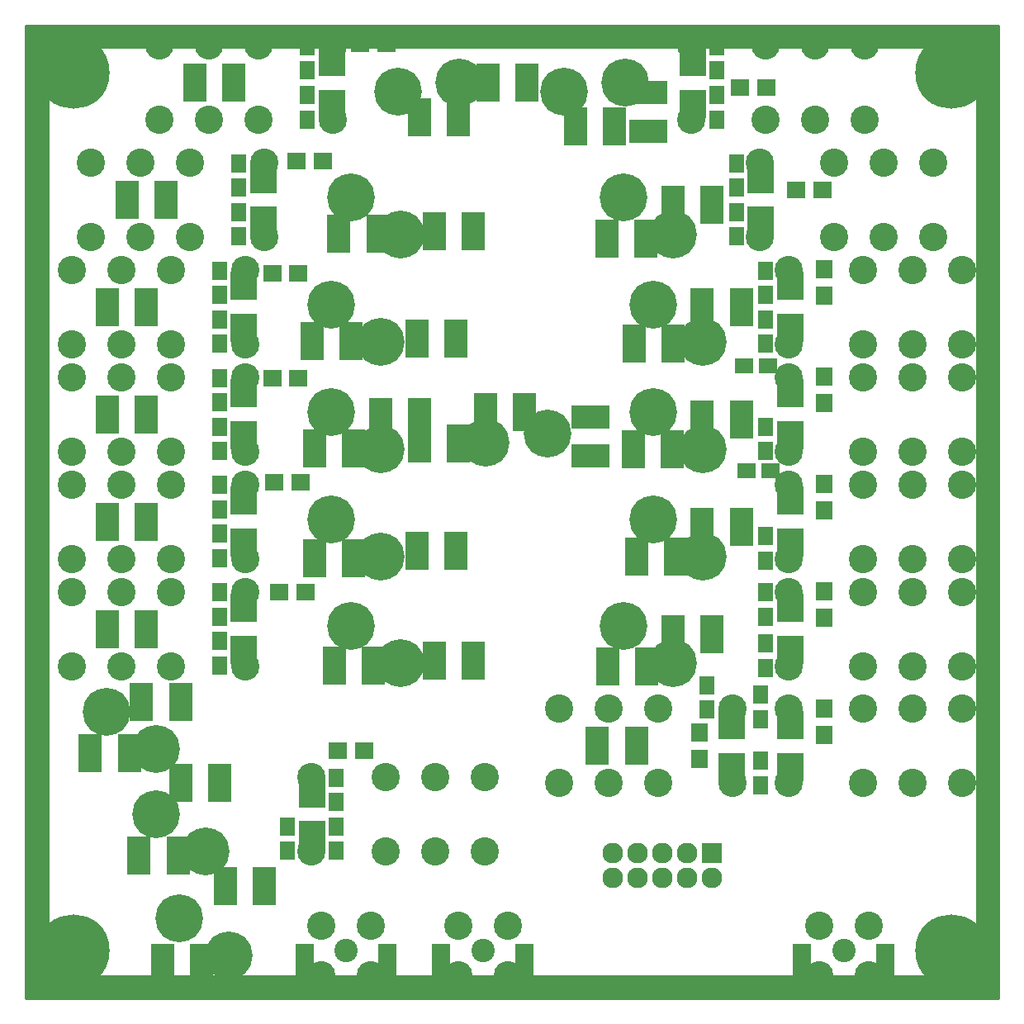
<source format=gbr>
G04 #@! TF.FileFunction,Soldermask,Bot*
%FSLAX46Y46*%
G04 Gerber Fmt 4.6, Leading zero omitted, Abs format (unit mm)*
G04 Created by KiCad (PCBNEW 4.0.7) date 12/14/17 19:40:15*
%MOMM*%
%LPD*%
G01*
G04 APERTURE LIST*
%ADD10C,0.100000*%
%ADD11R,2.127200X2.127200*%
%ADD12O,2.127200X2.127200*%
%ADD13C,2.900000*%
%ADD14R,1.650000X1.900000*%
%ADD15C,4.900000*%
%ADD16R,1.900000X1.650000*%
%ADD17C,2.398980*%
%ADD18C,2.899360*%
%ADD19C,7.400000*%
%ADD20R,2.400000X3.900000*%
%ADD21R,2.700000X2.900000*%
%ADD22R,1.900000X1.700000*%
%ADD23R,1.700000X1.900000*%
%ADD24R,3.900000X2.400000*%
%ADD25R,1.900000X5.480000*%
%ADD26C,0.254000*%
G04 APERTURE END LIST*
D10*
D11*
X125500000Y-130000000D03*
D12*
X125500000Y-132540000D03*
X122960000Y-130000000D03*
X122960000Y-132540000D03*
X120420000Y-130000000D03*
X120420000Y-132540000D03*
X117880000Y-130000000D03*
X117880000Y-132540000D03*
X115340000Y-130000000D03*
X115340000Y-132540000D03*
D13*
X133380000Y-70190000D03*
X133380000Y-77810000D03*
X141000000Y-70190000D03*
X141000000Y-77810000D03*
X146080000Y-70190000D03*
X146080000Y-77810000D03*
X151160000Y-70190000D03*
X151160000Y-77810000D03*
D14*
X130500000Y-120500000D03*
X130500000Y-123000000D03*
D15*
X119460000Y-95730000D03*
X124540000Y-99540000D03*
D13*
X127620000Y-122810000D03*
X127620000Y-115190000D03*
X120000000Y-122810000D03*
X120000000Y-115190000D03*
X114920000Y-122810000D03*
X114920000Y-115190000D03*
X109840000Y-122810000D03*
X109840000Y-115190000D03*
X86620000Y-54810000D03*
X86620000Y-47190000D03*
X79000000Y-54810000D03*
X79000000Y-47190000D03*
X73920000Y-54810000D03*
X73920000Y-47190000D03*
X68840000Y-54810000D03*
X68840000Y-47190000D03*
X133380000Y-103190000D03*
X133380000Y-110810000D03*
X141000000Y-103190000D03*
X141000000Y-110810000D03*
X146080000Y-103190000D03*
X146080000Y-110810000D03*
X151160000Y-103190000D03*
X151160000Y-110810000D03*
D15*
X86460000Y-95730000D03*
X91540000Y-99540000D03*
D14*
X84000000Y-47250000D03*
X84000000Y-49750000D03*
X77000000Y-59250000D03*
X77000000Y-61750000D03*
X75000000Y-70250000D03*
X75000000Y-72750000D03*
X75000000Y-81250000D03*
X75000000Y-83750000D03*
X75000000Y-92250000D03*
X75000000Y-94750000D03*
X75000000Y-103250000D03*
X75000000Y-105750000D03*
X84000000Y-54750000D03*
X84000000Y-52250000D03*
X128000000Y-66750000D03*
X128000000Y-64250000D03*
X75000000Y-77750000D03*
X75000000Y-75250000D03*
X75000000Y-88750000D03*
X75000000Y-86250000D03*
X75000000Y-99750000D03*
X75000000Y-97250000D03*
X75000000Y-110750000D03*
X75000000Y-108250000D03*
X126000000Y-49750000D03*
X126000000Y-47250000D03*
X128000000Y-61750000D03*
X128000000Y-59250000D03*
X131000000Y-72750000D03*
X131000000Y-70250000D03*
D16*
X128750000Y-80000000D03*
X131250000Y-80000000D03*
X129000000Y-90750000D03*
X131500000Y-90750000D03*
D14*
X131000000Y-105750000D03*
X131000000Y-103250000D03*
X126000000Y-54750000D03*
X126000000Y-52250000D03*
X77000000Y-66750000D03*
X77000000Y-64250000D03*
X131000000Y-77750000D03*
X131000000Y-75250000D03*
X131000000Y-88750000D03*
X131000000Y-86250000D03*
X131000000Y-100000000D03*
X131000000Y-97500000D03*
X131000000Y-111000000D03*
X131000000Y-108500000D03*
X82000000Y-129750000D03*
X82000000Y-127250000D03*
X87000000Y-129750000D03*
X87000000Y-127250000D03*
D17*
X102000000Y-140000000D03*
D18*
X104540000Y-137460000D03*
X104540000Y-142540000D03*
X99460000Y-142540000D03*
X99460000Y-137460000D03*
D17*
X139000000Y-140000000D03*
D18*
X141540000Y-137460000D03*
X141540000Y-142540000D03*
X136460000Y-142540000D03*
X136460000Y-137460000D03*
D19*
X60000000Y-50000000D03*
X150000000Y-140000000D03*
X60000000Y-140000000D03*
X150000000Y-50000000D03*
D17*
X88000000Y-140000000D03*
D18*
X90540000Y-137460000D03*
X90540000Y-142540000D03*
X85460000Y-142540000D03*
X85460000Y-137460000D03*
D15*
X86460000Y-84730000D03*
X91540000Y-88540000D03*
X75940000Y-140470000D03*
X70860000Y-136660000D03*
X93305923Y-51898026D03*
X99592102Y-51000000D03*
X88460000Y-62730000D03*
X93540000Y-66540000D03*
X86460000Y-73730000D03*
X91540000Y-77540000D03*
X88460000Y-106730000D03*
X93540000Y-110540000D03*
X73540000Y-129770000D03*
X68460000Y-125960000D03*
X110305923Y-51898026D03*
X116592102Y-51000000D03*
X116460000Y-62730000D03*
X121540000Y-66540000D03*
X119460000Y-73730000D03*
X124540000Y-77540000D03*
X116460000Y-106730000D03*
X121540000Y-110540000D03*
X68540000Y-119270000D03*
X63460000Y-115460000D03*
X119460000Y-84730000D03*
X124540000Y-88540000D03*
D13*
X84380000Y-122190000D03*
X84380000Y-129810000D03*
X92000000Y-122190000D03*
X92000000Y-129810000D03*
X97080000Y-122190000D03*
X97080000Y-129810000D03*
X102160000Y-122190000D03*
X102160000Y-129810000D03*
X79620000Y-66810000D03*
X79620000Y-59190000D03*
X72000000Y-66810000D03*
X72000000Y-59190000D03*
X66920000Y-66810000D03*
X66920000Y-59190000D03*
X61840000Y-66810000D03*
X61840000Y-59190000D03*
X77620000Y-77810000D03*
X77620000Y-70190000D03*
X70000000Y-77810000D03*
X70000000Y-70190000D03*
X64920000Y-77810000D03*
X64920000Y-70190000D03*
X59840000Y-77810000D03*
X59840000Y-70190000D03*
X77620000Y-88810000D03*
X77620000Y-81190000D03*
X70000000Y-88810000D03*
X70000000Y-81190000D03*
X64920000Y-88810000D03*
X64920000Y-81190000D03*
X59840000Y-88810000D03*
X59840000Y-81190000D03*
X77620000Y-99810000D03*
X77620000Y-92190000D03*
X70000000Y-99810000D03*
X70000000Y-92190000D03*
X64920000Y-99810000D03*
X64920000Y-92190000D03*
X59840000Y-99810000D03*
X59840000Y-92190000D03*
X77620000Y-110810000D03*
X77620000Y-103190000D03*
X70000000Y-110810000D03*
X70000000Y-103190000D03*
X64920000Y-110810000D03*
X64920000Y-103190000D03*
X59840000Y-110810000D03*
X59840000Y-103190000D03*
X123380000Y-47190000D03*
X123380000Y-54810000D03*
X131000000Y-47190000D03*
X131000000Y-54810000D03*
X136080000Y-47190000D03*
X136080000Y-54810000D03*
X141160000Y-47190000D03*
X141160000Y-54810000D03*
X130380000Y-59190000D03*
X130380000Y-66810000D03*
X138000000Y-59190000D03*
X138000000Y-66810000D03*
X143080000Y-59190000D03*
X143080000Y-66810000D03*
X148160000Y-59190000D03*
X148160000Y-66810000D03*
X133380000Y-81190000D03*
X133380000Y-88810000D03*
X141000000Y-81190000D03*
X141000000Y-88810000D03*
X146080000Y-81190000D03*
X146080000Y-88810000D03*
X151160000Y-81190000D03*
X151160000Y-88810000D03*
X133380000Y-92190000D03*
X133380000Y-99810000D03*
X141000000Y-92190000D03*
X141000000Y-99810000D03*
X146080000Y-92190000D03*
X146080000Y-99810000D03*
X151160000Y-92190000D03*
X151160000Y-99810000D03*
D14*
X87000000Y-122250000D03*
X87000000Y-124750000D03*
X125000000Y-115250000D03*
X125000000Y-112750000D03*
D20*
X117750000Y-119000000D03*
X113750000Y-119000000D03*
D14*
X130500000Y-113750000D03*
X130500000Y-116250000D03*
D13*
X133380000Y-115190000D03*
X133380000Y-122810000D03*
X141000000Y-115190000D03*
X141000000Y-122810000D03*
X146080000Y-115190000D03*
X146080000Y-122810000D03*
X151160000Y-115190000D03*
X151160000Y-122810000D03*
D21*
X84500000Y-128150000D03*
X84500000Y-123850000D03*
X123500000Y-53150000D03*
X123500000Y-48850000D03*
X86500000Y-53150000D03*
X86500000Y-48850000D03*
X79500000Y-65150000D03*
X79500000Y-60850000D03*
X77500000Y-76150000D03*
X77500000Y-71850000D03*
X77500000Y-87150000D03*
X77500000Y-82850000D03*
X77500000Y-98150000D03*
X77500000Y-93850000D03*
X77500000Y-109150000D03*
X77500000Y-104850000D03*
X127500000Y-121150000D03*
X127500000Y-116850000D03*
X130500000Y-65150000D03*
X130500000Y-60850000D03*
X133500000Y-87150000D03*
X133500000Y-82850000D03*
X133500000Y-98150000D03*
X133500000Y-93850000D03*
X133500000Y-109150000D03*
X133500000Y-104850000D03*
X133500000Y-121150000D03*
X133500000Y-116850000D03*
X133500000Y-76150000D03*
X133500000Y-71850000D03*
D15*
X102305923Y-87898026D03*
X108592102Y-87000000D03*
D22*
X89400000Y-47000000D03*
X92100000Y-47000000D03*
X82900000Y-59000000D03*
X85600000Y-59000000D03*
X80400000Y-70500000D03*
X83100000Y-70500000D03*
X80400000Y-81250000D03*
X83100000Y-81250000D03*
X80650000Y-92000000D03*
X83350000Y-92000000D03*
X81150000Y-103250000D03*
X83850000Y-103250000D03*
D23*
X124200000Y-117650000D03*
X124200000Y-120350000D03*
D22*
X131100000Y-51500000D03*
X128400000Y-51500000D03*
X136850000Y-62000000D03*
X134150000Y-62000000D03*
D23*
X137000000Y-70150000D03*
X137000000Y-72850000D03*
X137000000Y-83850000D03*
X137000000Y-81150000D03*
X137000000Y-94850000D03*
X137000000Y-92150000D03*
X137000000Y-105850000D03*
X137000000Y-103150000D03*
X137000000Y-117850000D03*
X137000000Y-115150000D03*
D22*
X87150000Y-119500000D03*
X89850000Y-119500000D03*
D20*
X63500000Y-85000000D03*
X67500000Y-85000000D03*
X84750000Y-88500000D03*
X88750000Y-88500000D03*
X73200000Y-141200000D03*
X69200000Y-141200000D03*
X95500000Y-85250000D03*
X91500000Y-85250000D03*
X72500000Y-51000000D03*
X76500000Y-51000000D03*
X65500000Y-63000000D03*
X69500000Y-63000000D03*
X63500000Y-74000000D03*
X67500000Y-74000000D03*
X63500000Y-96000000D03*
X67500000Y-96000000D03*
X63500000Y-107000000D03*
X67500000Y-107000000D03*
X79600000Y-133400000D03*
X75600000Y-133400000D03*
X95500000Y-54500000D03*
X99500000Y-54500000D03*
X87250000Y-66500000D03*
X91250000Y-66500000D03*
X84500000Y-77500000D03*
X88500000Y-77500000D03*
X84750000Y-99750000D03*
X88750000Y-99750000D03*
X86750000Y-110750000D03*
X90750000Y-110750000D03*
X70750000Y-130250000D03*
X66750000Y-130250000D03*
X95500000Y-88000000D03*
X99500000Y-88000000D03*
X106500000Y-51000000D03*
X102500000Y-51000000D03*
X101000000Y-66250000D03*
X97000000Y-66250000D03*
X99250000Y-77250000D03*
X95250000Y-77250000D03*
X102250000Y-84750000D03*
X106250000Y-84750000D03*
X99250000Y-99000000D03*
X95250000Y-99000000D03*
X101000000Y-110250000D03*
X97000000Y-110250000D03*
X75000000Y-122750000D03*
X71000000Y-122750000D03*
X111500000Y-55500000D03*
X115500000Y-55500000D03*
X114750000Y-67000000D03*
X118750000Y-67000000D03*
X117500000Y-77750000D03*
X121500000Y-77750000D03*
D24*
X113000000Y-89250000D03*
X113000000Y-85250000D03*
D20*
X117750000Y-99600000D03*
X121750000Y-99600000D03*
X114800000Y-110800000D03*
X118800000Y-110800000D03*
X65750000Y-119750000D03*
X61750000Y-119750000D03*
D24*
X119000000Y-56000000D03*
X119000000Y-52000000D03*
D20*
X125500000Y-63500000D03*
X121500000Y-63500000D03*
X128500000Y-74000000D03*
X124500000Y-74000000D03*
X128500000Y-96500000D03*
X124500000Y-96500000D03*
X125500000Y-107500000D03*
X121500000Y-107500000D03*
X117400000Y-88600000D03*
X121400000Y-88600000D03*
X128500000Y-85500000D03*
X124500000Y-85500000D03*
X67000000Y-114500000D03*
X71000000Y-114500000D03*
D25*
X97750000Y-142000000D03*
X106250000Y-142000000D03*
X83750000Y-142000000D03*
X92250000Y-142000000D03*
X134750000Y-142000000D03*
X143250000Y-142000000D03*
D26*
G36*
X154873000Y-144873000D02*
X55127000Y-144873000D01*
X55127000Y-47500000D01*
X57373000Y-47500000D01*
X57373000Y-142500000D01*
X57383006Y-142549410D01*
X57411447Y-142591035D01*
X57453841Y-142618315D01*
X57500000Y-142627000D01*
X152500000Y-142627000D01*
X152549410Y-142616994D01*
X152591035Y-142588553D01*
X152618315Y-142546159D01*
X152627000Y-142500000D01*
X152627000Y-47500000D01*
X152616994Y-47450590D01*
X152588553Y-47408965D01*
X152546159Y-47381685D01*
X152500000Y-47373000D01*
X57500000Y-47373000D01*
X57450590Y-47383006D01*
X57408965Y-47411447D01*
X57381685Y-47453841D01*
X57373000Y-47500000D01*
X55127000Y-47500000D01*
X55127000Y-45127000D01*
X154873000Y-45127000D01*
X154873000Y-144873000D01*
X154873000Y-144873000D01*
G37*
X154873000Y-144873000D02*
X55127000Y-144873000D01*
X55127000Y-47500000D01*
X57373000Y-47500000D01*
X57373000Y-142500000D01*
X57383006Y-142549410D01*
X57411447Y-142591035D01*
X57453841Y-142618315D01*
X57500000Y-142627000D01*
X152500000Y-142627000D01*
X152549410Y-142616994D01*
X152591035Y-142588553D01*
X152618315Y-142546159D01*
X152627000Y-142500000D01*
X152627000Y-47500000D01*
X152616994Y-47450590D01*
X152588553Y-47408965D01*
X152546159Y-47381685D01*
X152500000Y-47373000D01*
X57500000Y-47373000D01*
X57450590Y-47383006D01*
X57408965Y-47411447D01*
X57381685Y-47453841D01*
X57373000Y-47500000D01*
X55127000Y-47500000D01*
X55127000Y-45127000D01*
X154873000Y-45127000D01*
X154873000Y-144873000D01*
M02*

</source>
